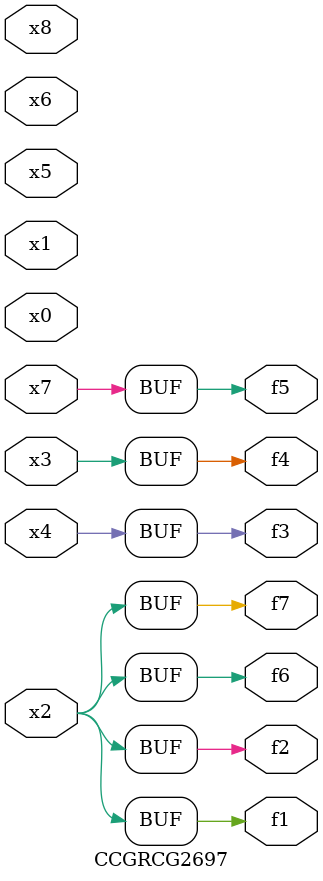
<source format=v>
module CCGRCG2697(
	input x0, x1, x2, x3, x4, x5, x6, x7, x8,
	output f1, f2, f3, f4, f5, f6, f7
);
	assign f1 = x2;
	assign f2 = x2;
	assign f3 = x4;
	assign f4 = x3;
	assign f5 = x7;
	assign f6 = x2;
	assign f7 = x2;
endmodule

</source>
